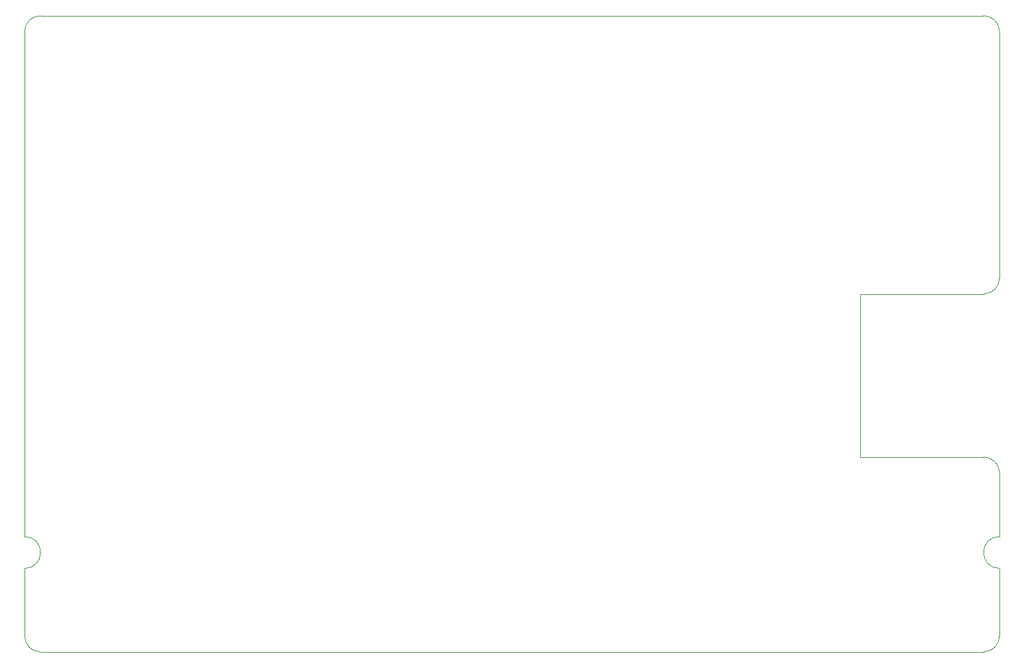
<source format=gbr>
G04 #@! TF.GenerationSoftware,KiCad,Pcbnew,(5.1.4)-1*
G04 #@! TF.CreationDate,2020-02-16T15:15:17-06:00*
G04 #@! TF.ProjectId,SRA_Sensor_Board,5352415f-5365-46e7-936f-725f426f6172,rev?*
G04 #@! TF.SameCoordinates,Original*
G04 #@! TF.FileFunction,Profile,NP*
%FSLAX46Y46*%
G04 Gerber Fmt 4.6, Leading zero omitted, Abs format (unit mm)*
G04 Created by KiCad (PCBNEW (5.1.4)-1) date 2020-02-16 15:15:17*
%MOMM*%
%LPD*%
G04 APERTURE LIST*
%ADD10C,0.050000*%
G04 APERTURE END LIST*
D10*
X68580000Y-50292000D02*
G75*
G02X70612000Y-48260000I2032000J0D01*
G01*
X191008000Y-48260000D02*
G75*
G02X193040000Y-50292000I0J-2032000D01*
G01*
X68580000Y-114808000D02*
G75*
G02X68580000Y-118872000I0J-2032000D01*
G01*
X68580000Y-127508000D02*
X68580000Y-118872000D01*
X70612000Y-129540000D02*
G75*
G02X68580000Y-127508000I0J2032000D01*
G01*
X191008000Y-129540000D02*
X70612000Y-129540000D01*
X193040000Y-127508000D02*
G75*
G02X191008000Y-129540000I-2032000J0D01*
G01*
X193040000Y-118872000D02*
X193040000Y-127508000D01*
X193040000Y-118872000D02*
G75*
G02X193040000Y-114808000I0J2032000D01*
G01*
X193040000Y-106680000D02*
X193040000Y-114808000D01*
X191008000Y-104648000D02*
G75*
G02X193040000Y-106680000I0J-2032000D01*
G01*
X175260000Y-104648000D02*
X191008000Y-104648000D01*
X175260000Y-83820000D02*
X175260000Y-104648000D01*
X191008000Y-83820000D02*
X175260000Y-83820000D01*
X193040000Y-81788000D02*
G75*
G02X191008000Y-83820000I-2032000J0D01*
G01*
X193040000Y-50292000D02*
X193040000Y-81788000D01*
X70612000Y-48260000D02*
X191008000Y-48260000D01*
X68580000Y-114808000D02*
X68580000Y-50292000D01*
M02*

</source>
